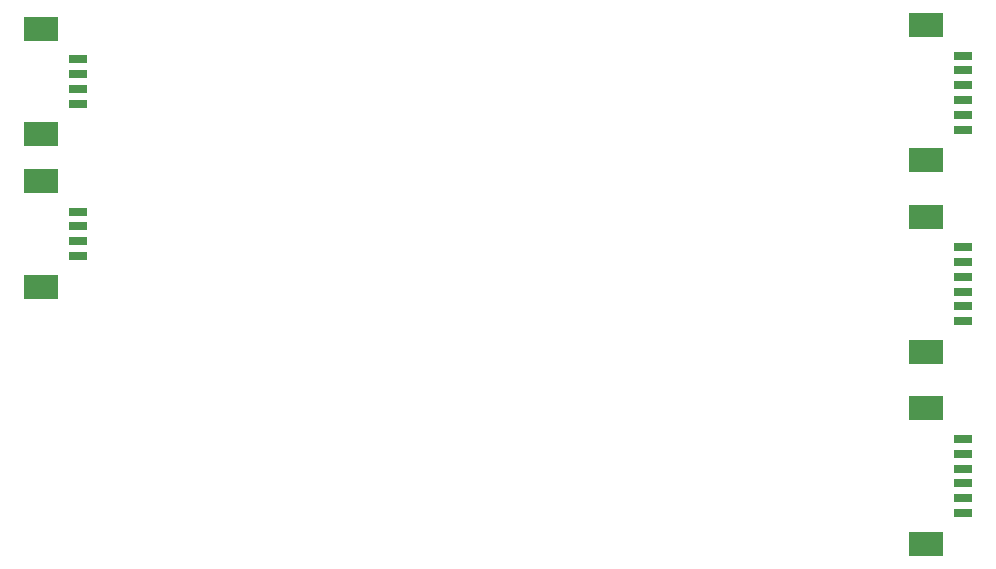
<source format=gbp>
G04*
G04 #@! TF.GenerationSoftware,Altium Limited,Altium Designer,18.1.7 (191)*
G04*
G04 Layer_Color=128*
%FSLAX25Y25*%
%MOIN*%
G70*
G01*
G75*
%ADD22R,0.11811X0.07874*%
%ADD23R,0.06299X0.03150*%
D22*
X334895Y218443D02*
D03*
Y173364D02*
D03*
X39927Y281100D02*
D03*
Y245864D02*
D03*
X334895Y154543D02*
D03*
Y109464D02*
D03*
X39927Y230400D02*
D03*
Y195164D02*
D03*
X334895Y282343D02*
D03*
Y237264D02*
D03*
D23*
X347100Y188521D02*
D03*
Y198364D02*
D03*
Y208206D02*
D03*
Y183600D02*
D03*
Y193442D02*
D03*
Y203285D02*
D03*
X52132Y261021D02*
D03*
Y270864D02*
D03*
Y256100D02*
D03*
Y265943D02*
D03*
X347100Y124621D02*
D03*
Y134464D02*
D03*
Y144306D02*
D03*
Y119700D02*
D03*
Y129543D02*
D03*
Y139385D02*
D03*
X52132Y210321D02*
D03*
Y220164D02*
D03*
Y205400D02*
D03*
Y215243D02*
D03*
X347100Y252421D02*
D03*
Y262264D02*
D03*
Y272106D02*
D03*
Y247500D02*
D03*
Y257343D02*
D03*
Y267185D02*
D03*
M02*

</source>
